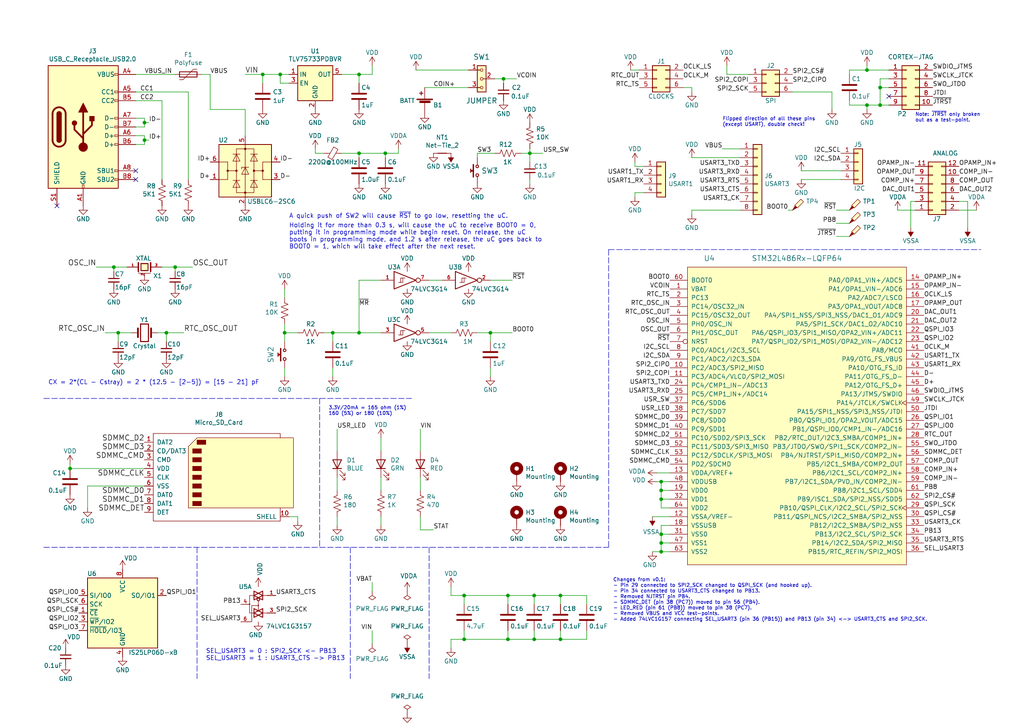
<source format=kicad_sch>
(kicad_sch (version 20211123) (generator eeschema)
  (paper "A4")
  (title_block (title "BetsyBoard Big") (date "2020-08-30") (rev "0.2"))
  (junction (at 104.14 44.45))
  (junction (at 162.56 172.72))
  (junction (at 81.28 21.59))
  (junction (at 196.85 -24.13))
  (junction (at 48.26 96.52))
  (junction (at 191.77 157.48))
  (junction (at 153.67 44.45))
  (junction (at 251.46 30.48))
  (junction (at 96.52 96.52))
  (junction (at 154.94 185.42))
  (junction (at 111.76 44.45))
  (junction (at 104.14 96.52))
  (junction (at 162.56 -44.45))
  (junction (at 191.77 144.78))
  (junction (at 162.56 185.42))
  (junction (at 186.69 -36.83))
  (junction (at 134.62 172.72))
  (junction (at 142.24 96.52))
  (junction (at 147.32 172.72))
  (junction (at 255.27 25.4))
  (junction (at 146.05 22.86))
  (junction (at 20.32 135.89))
  (junction (at 251.46 20.32))
  (junction (at 147.32 185.42))
  (junction (at 156.21 -44.45))
  (junction (at 196.85 -21.59))
  (junction (at 76.2 21.59))
  (junction (at 41.91 35.56))
  (junction (at 41.91 40.64))
  (junction (at 170.18 -44.45))
  (junction (at 134.62 185.42))
  (junction (at 186.69 -44.45))
  (junction (at 191.77 160.02))
  (junction (at 104.14 21.59))
  (junction (at 82.55 96.52))
  (junction (at 33.02 77.47))
  (junction (at 191.77 142.24))
  (junction (at 255.27 30.48))
  (junction (at 34.29 96.52))
  (junction (at 191.77 154.94))
  (junction (at 191.77 139.7))
  (junction (at 196.85 -44.45))
  (junction (at 186.69 -21.59))
  (junction (at 154.94 172.72))
  (junction (at 50.8 77.47))
  (no_connect (at 16.51 59.69))
  (no_connect (at 39.37 49.53))
  (no_connect (at 257.81 27.94))
  (no_connect (at 39.37 52.07))
  (wire (pts (xy 191.77 160.02) (xy 194.31 160.02)))
  (wire (pts (xy 162.56 185.42) (xy 170.18 185.42)))
  (wire (pts (xy 196.85 -21.59) (xy 196.85 -24.13)))
  (wire (pts (xy 180.34 -21.59) (xy 186.69 -21.59)))
  (wire (pts (xy 152.4 -44.45) (xy 156.21 -44.45)))
  (wire (pts (xy 246.38 29.21) (xy 246.38 30.48)))
  (wire (pts (xy 251.46 19.05) (xy 251.46 20.32)))
  (wire (pts (xy 39.37 21.59) (xy 50.8 21.59)))
  (wire (pts (xy 54.61 26.67) (xy 54.61 52.07)))
  (wire (pts (xy 246.38 30.48) (xy 251.46 30.48)))
  (wire (pts (xy 82.55 83.82) (xy 82.55 86.36)))
  (wire (pts (xy 186.69 -36.83) (xy 186.69 -35.56)))
  (wire (pts (xy 162.56 185.42) (xy 162.56 182.88)))
  (wire (pts (xy 41.91 36.83) (xy 39.37 36.83)))
  (wire (pts (xy 200.66 60.96) (xy 214.63 60.96)))
  (wire (pts (xy 124.46 81.28) (xy 128.27 81.28)))
  (wire (pts (xy 39.37 34.29) (xy 41.91 34.29)))
  (wire (pts (xy 196.85 -17.78) (xy 199.39 -17.78)))
  (wire (pts (xy 107.95 182.88) (xy 107.95 186.69)))
  (wire (pts (xy 194.31 157.48) (xy 191.77 157.48)))
  (wire (pts (xy 156.21 -44.45) (xy 156.21 -41.91)))
  (wire (pts (xy 81.28 21.59) (xy 83.82 21.59)))
  (wire (pts (xy 71.12 21.59) (xy 76.2 21.59)))
  (wire (pts (xy 246.38 20.32) (xy 251.46 20.32)))
  (wire (pts (xy 71.12 31.75) (xy 71.12 39.37)))
  (wire (pts (xy 142.24 99.06) (xy 142.24 96.52)))
  (polyline (pts (xy 57.15 158.75) (xy 57.15 196.85)))
  (wire (pts (xy 107.95 171.45) (xy 107.95 168.91)))
  (wire (pts (xy 48.26 96.52) (xy 53.34 96.52)))
  (wire (pts (xy 142.24 81.28) (xy 148.59 81.28)))
  (wire (pts (xy 41.91 34.29) (xy 41.91 35.56)))
  (wire (pts (xy 111.76 44.45) (xy 111.76 45.72)))
  (wire (pts (xy 151.13 44.45) (xy 153.67 44.45)))
  (wire (pts (xy 251.46 30.48) (xy 255.27 30.48)))
  (wire (pts (xy 154.94 172.72) (xy 162.56 172.72)))
  (wire (pts (xy 76.2 21.59) (xy 76.2 24.13)))
  (wire (pts (xy 257.81 22.86) (xy 255.27 22.86)))
  (wire (pts (xy 185.42 20.32) (xy 182.88 20.32)))
  (wire (pts (xy 81.28 21.59) (xy 81.28 24.13)))
  (wire (pts (xy 104.14 44.45) (xy 104.14 45.72)))
  (wire (pts (xy 191.77 142.24) (xy 191.77 144.78)))
  (wire (pts (xy 130.81 185.42) (xy 130.81 187.96)))
  (wire (pts (xy 121.92 138.43) (xy 121.92 142.24)))
  (wire (pts (xy 104.14 44.45) (xy 111.76 44.45)))
  (wire (pts (xy 153.67 46.99) (xy 153.67 44.45)))
  (wire (pts (xy 121.92 124.46) (xy 121.92 130.81)))
  (polyline (pts (xy 176.53 72.39) (xy 176.53 158.75)))
  (wire (pts (xy 184.15 55.88) (xy 186.69 55.88)))
  (wire (pts (xy 255.27 25.4) (xy 257.81 25.4)))
  (polyline (pts (xy 101.6 158.75) (xy 101.6 196.85)))
  (wire (pts (xy 99.06 44.45) (xy 104.14 44.45)))
  (wire (pts (xy 147.32 172.72) (xy 147.32 175.26)))
  (wire (pts (xy 170.18 172.72) (xy 170.18 175.26)))
  (wire (pts (xy 142.24 109.22) (xy 142.24 106.68)))
  (wire (pts (xy 209.55 43.18) (xy 214.63 43.18)))
  (wire (pts (xy 186.69 -36.83) (xy 186.69 -44.45)))
  (wire (pts (xy 196.85 -11.43) (xy 196.85 -15.24)))
  (wire (pts (xy 196.85 -41.91) (xy 196.85 -44.45)))
  (wire (pts (xy 191.77 147.32) (xy 194.31 147.32)))
  (wire (pts (xy 157.48 -15.24) (xy 157.48 -16.51)))
  (wire (pts (xy 96.52 96.52) (xy 96.52 99.06)))
  (wire (pts (xy 210.82 19.05) (xy 210.82 21.59)))
  (wire (pts (xy 147.32 185.42) (xy 147.32 182.88)))
  (wire (pts (xy 86.36 96.52) (xy 82.55 96.52)))
  (wire (pts (xy 246.38 60.96) (xy 242.57 60.96)))
  (wire (pts (xy 194.31 152.4) (xy 191.77 152.4)))
  (wire (pts (xy 228.6 60.96) (xy 229.87 60.96)))
  (wire (pts (xy 111.76 44.45) (xy 115.57 44.45)))
  (wire (pts (xy 104.14 81.28) (xy 110.49 81.28)))
  (wire (pts (xy 191.77 154.94) (xy 191.77 157.48)))
  (wire (pts (xy 242.57 64.77) (xy 246.38 64.77)))
  (wire (pts (xy 191.77 139.7) (xy 194.31 139.7)))
  (wire (pts (xy 142.24 96.52) (xy 138.43 96.52)))
  (wire (pts (xy 196.85 -15.24) (xy 199.39 -15.24)))
  (wire (pts (xy 186.69 -36.83) (xy 189.23 -36.83)))
  (wire (pts (xy 121.92 153.67) (xy 125.73 153.67)))
  (wire (pts (xy 30.48 96.52) (xy 34.29 96.52)))
  (wire (pts (xy 264.16 58.42) (xy 264.16 66.04)))
  (wire (pts (xy 96.52 109.22) (xy 96.52 106.68)))
  (wire (pts (xy 82.55 93.98) (xy 82.55 96.52)))
  (wire (pts (xy 184.15 46.99) (xy 184.15 48.26)))
  (wire (pts (xy 170.18 -26.67) (xy 170.18 -44.45)))
  (wire (pts (xy 121.92 149.86) (xy 121.92 153.67)))
  (wire (pts (xy 110.49 138.43) (xy 110.49 142.24)))
  (wire (pts (xy 184.15 57.15) (xy 184.15 55.88)))
  (wire (pts (xy 25.4 140.97) (xy 41.91 140.97)))
  (wire (pts (xy 82.55 106.68) (xy 82.55 109.22)))
  (wire (pts (xy 147.32 185.42) (xy 154.94 185.42)))
  (wire (pts (xy 147.32 172.72) (xy 154.94 172.72)))
  (polyline (pts (xy 12.7 115.57) (xy 119.38 115.57)))
  (wire (pts (xy 46.99 52.07) (xy 46.99 29.21)))
  (wire (pts (xy 138.43 45.72) (xy 138.43 44.45)))
  (wire (pts (xy 86.36 149.86) (xy 86.36 151.13)))
  (wire (pts (xy 60.96 31.75) (xy 71.12 31.75)))
  (wire (pts (xy 191.77 144.78) (xy 194.31 144.78)))
  (wire (pts (xy 134.62 172.72) (xy 147.32 172.72)))
  (wire (pts (xy 162.56 -44.45) (xy 170.18 -44.45)))
  (polyline (pts (xy 92.71 115.57) (xy 92.71 158.75)))
  (wire (pts (xy 97.79 149.86) (xy 97.79 152.4)))
  (wire (pts (xy 255.27 30.48) (xy 257.81 30.48)))
  (wire (pts (xy 34.29 99.06) (xy 34.29 96.52)))
  (wire (pts (xy 156.21 -44.45) (xy 162.56 -44.45)))
  (wire (pts (xy 196.85 -21.59) (xy 196.85 -17.78)))
  (wire (pts (xy 146.05 22.86) (xy 149.86 22.86)))
  (wire (pts (xy 264.16 58.42) (xy 265.43 58.42)))
  (wire (pts (xy 200.66 25.4) (xy 200.66 26.67)))
  (wire (pts (xy 251.46 30.48) (xy 251.46 31.75)))
  (wire (pts (xy 115.57 44.45) (xy 115.57 43.18)))
  (wire (pts (xy 110.49 96.52) (xy 104.14 96.52)))
  (wire (pts (xy 196.85 -44.45) (xy 199.39 -44.45)))
  (wire (pts (xy 33.02 77.47) (xy 36.83 77.47)))
  (wire (pts (xy 154.94 172.72) (xy 154.94 175.26)))
  (wire (pts (xy 130.81 172.72) (xy 134.62 172.72)))
  (wire (pts (xy 97.79 138.43) (xy 97.79 142.24)))
  (wire (pts (xy 190.5 139.7) (xy 191.77 139.7)))
  (wire (pts (xy 33.02 77.47) (xy 33.02 78.74)))
  (wire (pts (xy 97.79 124.46) (xy 97.79 130.81)))
  (wire (pts (xy 134.62 185.42) (xy 134.62 182.88)))
  (wire (pts (xy 83.82 149.86) (xy 86.36 149.86)))
  (wire (pts (xy 50.8 77.47) (xy 55.88 77.47)))
  (wire (pts (xy 154.94 185.42) (xy 154.94 182.88)))
  (wire (pts (xy 99.06 21.59) (xy 104.14 21.59)))
  (wire (pts (xy 104.14 21.59) (xy 107.95 21.59)))
  (wire (pts (xy 191.77 152.4) (xy 191.77 154.94)))
  (wire (pts (xy 189.23 149.86) (xy 194.31 149.86)))
  (wire (pts (xy 260.35 60.96) (xy 265.43 60.96)))
  (wire (pts (xy 246.38 20.32) (xy 246.38 21.59)))
  (wire (pts (xy 280.67 58.42) (xy 278.13 58.42)))
  (wire (pts (xy 41.91 41.91) (xy 39.37 41.91)))
  (wire (pts (xy 46.99 77.47) (xy 50.8 77.47)))
  (wire (pts (xy 191.77 142.24) (xy 194.31 142.24)))
  (wire (pts (xy 134.62 172.72) (xy 134.62 175.26)))
  (wire (pts (xy 189.23 160.02) (xy 191.77 160.02)))
  (wire (pts (xy 41.91 40.64) (xy 43.18 40.64)))
  (wire (pts (xy 20.32 135.89) (xy 41.91 135.89)))
  (wire (pts (xy 162.56 172.72) (xy 170.18 172.72)))
  (wire (pts (xy 214.63 45.72) (xy 200.66 45.72)))
  (wire (pts (xy 45.72 96.52) (xy 48.26 96.52)))
  (wire (pts (xy 41.91 39.37) (xy 41.91 40.64)))
  (wire (pts (xy 130.81 170.18) (xy 130.81 172.72)))
  (wire (pts (xy 27.94 77.47) (xy 33.02 77.47)))
  (wire (pts (xy 138.43 44.45) (xy 143.51 44.45)))
  (wire (pts (xy 210.82 21.59) (xy 217.17 21.59)))
  (wire (pts (xy 82.55 96.52) (xy 82.55 99.06)))
  (wire (pts (xy 39.37 26.67) (xy 54.61 26.67)))
  (wire (pts (xy 76.2 21.59) (xy 81.28 21.59)))
  (wire (pts (xy 60.96 21.59) (xy 60.96 31.75)))
  (wire (pts (xy 134.62 185.42) (xy 147.32 185.42)))
  (wire (pts (xy 41.91 40.64) (xy 41.91 41.91)))
  (wire (pts (xy 104.14 21.59) (xy 104.14 24.13)))
  (wire (pts (xy 162.56 -45.72) (xy 162.56 -44.45)))
  (wire (pts (xy 130.81 96.52) (xy 124.46 96.52)))
  (wire (pts (xy 41.91 35.56) (xy 43.18 35.56)))
  (wire (pts (xy 191.77 139.7) (xy 191.77 142.24)))
  (wire (pts (xy 184.15 48.26) (xy 186.69 48.26)))
  (wire (pts (xy 130.81 185.42) (xy 134.62 185.42)))
  (wire (pts (xy 153.67 44.45) (xy 157.48 44.45)))
  (wire (pts (xy 186.69 -21.59) (xy 186.69 -19.05)))
  (polyline (pts (xy 124.46 158.75) (xy 124.46 196.85)))
  (wire (pts (xy 191.77 157.48) (xy 191.77 160.02)))
  (wire (pts (xy 191.77 144.78) (xy 191.77 147.32)))
  (wire (pts (xy 283.21 60.96) (xy 278.13 60.96)))
  (wire (pts (xy 170.18 185.42) (xy 170.18 182.88)))
  (wire (pts (xy 34.29 96.52) (xy 38.1 96.52)))
  (wire (pts (xy 143.51 22.86) (xy 146.05 22.86)))
  (wire (pts (xy 199.39 -24.13) (xy 196.85 -24.13)))
  (wire (pts (xy 232.41 52.07) (xy 243.84 52.07)))
  (polyline (pts (xy 12.7 158.75) (xy 176.53 158.75)))
  (wire (pts (xy 120.65 20.32) (xy 135.89 20.32)))
  (wire (pts (xy 48.26 96.52) (xy 48.26 99.06)))
  (wire (pts (xy 157.48 -16.51) (xy 160.02 -16.51)))
  (wire (pts (xy 200.66 60.96) (xy 200.66 62.23)))
  (wire (pts (xy 186.69 -21.59) (xy 196.85 -21.59)))
  (wire (pts (xy 25.4 147.32) (xy 25.4 140.97)))
  (wire (pts (xy 187.96 -44.45) (xy 186.69 -44.45)))
  (wire (pts (xy 20.32 135.89) (xy 20.32 134.62)))
  (wire (pts (xy 251.46 20.32) (xy 257.81 20.32)))
  (wire (pts (xy 162.56 172.72) (xy 162.56 175.26)))
  (wire (pts (xy 91.44 44.45) (xy 91.44 43.18)))
  (wire (pts (xy 123.19 25.4) (xy 135.89 25.4)))
  (wire (pts (xy 242.57 68.58) (xy 246.38 68.58)))
  (wire (pts (xy 196.85 -24.13) (xy 196.85 -31.75)))
  (wire (pts (xy 107.95 21.59) (xy 107.95 19.05)))
  (wire (pts (xy 142.24 96.52) (xy 148.59 96.52)))
  (wire (pts (xy 104.14 96.52) (xy 96.52 96.52)))
  (wire (pts (xy 255.27 22.86) (xy 255.27 25.4)))
  (wire (pts (xy 110.49 149.86) (xy 110.49 152.4)))
  (wire (pts (xy 232.41 49.53) (xy 243.84 49.53)))
  (wire (pts (xy 39.37 39.37) (xy 41.91 39.37)))
  (wire (pts (xy 194.31 154.94) (xy 191.77 154.94)))
  (wire (pts (xy 154.94 185.42) (xy 162.56 185.42)))
  (wire (pts (xy 58.42 21.59) (xy 60.96 21.59)))
  (wire (pts (xy 170.18 -44.45) (xy 186.69 -44.45)))
  (polyline (pts (xy 176.53 72.39) (xy 284.48 72.39)))
  (wire (pts (xy 241.3 26.67) (xy 241.3 31.75)))
  (wire (pts (xy 81.28 24.13) (xy 83.82 24.13)))
  (wire (pts (xy 153.67 43.18) (xy 153.67 44.45)))
  (wire (pts (xy 93.98 44.45) (xy 91.44 44.45)))
  (wire (pts (xy 229.87 26.67) (xy 241.3 26.67)))
  (wire (pts (xy 46.99 29.21) (xy 39.37 29.21)))
  (wire (pts (xy 198.12 25.4) (xy 200.66 25.4)))
  (wire (pts (xy 50.8 77.47) (xy 50.8 78.74)))
  (wire (pts (xy 195.58 -44.45) (xy 196.85 -44.45)))
  (wire (pts (xy 93.98 96.52) (xy 96.52 96.52)))
  (wire (pts (xy 153.67 52.07) (xy 153.67 53.34)))
  (wire (pts (xy 110.49 127) (xy 110.49 130.81)))
  (wire (pts (xy 146.05 22.86) (xy 146.05 24.13)))
  (wire (pts (xy 255.27 25.4) (xy 255.27 30.48)))
  (wire (pts (xy 41.91 35.56) (xy 41.91 36.83)))
  (wire (pts (xy 280.67 66.04) (xy 280.67 58.42)))
  (wire (pts (xy 104.14 96.52) (xy 104.14 81.28)))
  (wire (pts (xy 190.5 137.16) (xy 194.31 137.16)))
  (text "A quick push of SW2 will cause ~{RST} to go low, resetting the uC.\n" (at 83.82 63.5 0) (effects (font (size 1.27 1.27)) (justify left bottom)))
  (text "Note: ~{JTRST} only broken \nout as a test-point.\n" (at 265.43 35.56 0) (effects (font (size 1.016 1.016)) (justify left bottom)))
  (text "D" (at 199.39 -30.48 0) (effects (font (size 1.27 1.27)) (justify left bottom)))
  (text "USART2_CTS: PA0\nUSART2_RTS: PA1\nUSART2_TX:  PA2\nUSART2_RX: PA3\nUSART2_CK: PA4" (at 299.72 115.57 0) (effects (font (size 1.27 1.27)) (justify left bottom)))
  (text "Holding it for more than 0.3 s, will cause the uC to receive BOOT0 = 0,\nputting it in programming mode while begin reset. On release, the uC\nboots in programming mode, and 1.2 s after release, the uC goes back to \nBOOT0 = 1, which will take effect after the next reset." (at 83.82 72.39 0) (effects (font (size 1.27 1.27)) (justify left bottom)))
  (text "Flipped direction of all these pins \n(except USART), double check!" (at 209.55 36.83 0) (effects (font (size 1.016 1.016)) (justify left bottom)))
  (text "CX = 2*(CL - Cstray) = 2 * (12.5 - [2-5]) = [15 - 21] pF " (at 13.97 111.76 0) (effects (font (size 1.27 1.27)) (justify left bottom)))
  (text "G" (at 190.5 -38.1 0) (effects (font (size 1.27 1.27)) (justify left bottom)))
  (text "USART1_CK: PA8, PB5 \nUSART1_TX: PA9, PB6\nUSART1_RX: PA10, PB7\nUSART1_CTS: PA11, PB4\nUSART1_RTS_DE: PA12, PB3" (at 299.72 101.6 0) (effects (font (size 1.27 1.27)) (justify left bottom)))
  (text "USART3_CTS: PA6, PB13\nUSART3_RTS: PB1, PB14, PD2\nUSART3_TX: PC4, PB10, PC10\nUSART3_RX: PC5, PB11, PC11\nUSART3_CK: PB0, PB12, PC12" (at 299.72 129.54 0) (effects (font (size 1.27 1.27)) (justify left bottom)))
  (text "SEL_USART3 = 0 : SPI2_SCK <- PB13\nSEL_USART3 = 1 : USART3_CTS -> PB13" (at 59.69 191.77 0) (effects (font (size 1.27 1.27)) (justify left bottom)))
  (text "In order for switch to turn on, VIN = Vs >= Vg + Vth = VBUS + Vth.\nWith battery powered, the body diode makes Vs = 4.2V - 0.7V = 3.5V,\nfor a moment. Then 3.5V >= 0V + 2V, so the switch turns on, bringing \nVIN to 4.2V - Rds * Id. \n\nWhen VBATT is 0V, and VBUS = 5V, then \nVIN = 5V - 0..3V = 4.7V < VBUS.+ Vth = 5V + 2V = 7V, \nso the switch is off, and VIN = VBUS - 0.3V" (at 146.05 -54.61 0) (effects (font (size 1.27 1.27)) (justify left bottom)))
  (text "S" (at 199.39 -39.37 0) (effects (font (size 1.27 1.27)) (justify left bottom)))
  (text "3.3V/20mA = 165 ohm (1%)\n160 (5%) or 180 (10%)" (at 95.25 120.65 0) (effects (font (size 1.016 1.016)) (justify left bottom)))
  (text "Changes from v0.1:\n- Pin 29 connected to SPI2_SCK changed to QSPI_SCK (and hooked up).\n- Pin 34 connected to USART3_CTS changed to PB13.\n- Removed NJTRST pin PB4.\n- SDMMC_DET (pin 38 (PC7)) moved to pin 56 (PB4).\n- LED_RED (pin 61 (PB8)) moved to pin 38 (PC7).\n- Removed VBUS and VCC test-points.\n- Added 74LVC1G157 connecting SEL_USART3 (pin 36 (PB15)) and PB13 (pin 34) <-> USART3_CTS and SPI2_SCK." (at 177.8 180.34 0) (effects (font (size 1.016 1.016)) (justify left bottom)))
  (label "USART3_RXD" (at 214.63 50.8 180))
  (label "BOOT0" (at 194.31 81.28 180))
  (label "VBUS" (at 60.96 21.59 0))
  (label "D+" (at 267.97 111.76 0))
  (label "USART3_TXD" (at 194.31 111.76 180))
  (label "DAC_OUT1" (at 265.43 55.88 180))
  (label "USART3_CTS" (at 80.01 172.72 0))
  (label "COIN+" (at 125.73 25.4 0))
  (label "SPI2_SCK" (at 80.01 177.8 0))
  (label "SDMMC_D1" (at 194.31 124.46 180))
  (label "PB13" (at 69.85 175.26 180))
  (label "ID+" (at 43.18 40.64 0))
  (label "OCLK_M" (at 267.97 101.6 0))
  (label "SDMMC_D0" (at 194.31 121.92 180))
  (label "BOOT0" (at 228.6 60.96 180))
  (label "RTC_OSC_OUT" (at 53.34 96.52 0) (effects (font (size 1.524 1.524))))
  (label "PB8" (at 267.97 142.24 0))
  (label "OCLK_M" (at 198.12 22.86 0))
  (label "USR_LED" (at 97.79 124.46 0))
  (label "JTDI" (at 270.51 27.94 0))
  (label "RTC_OSC_OUT" (at 194.31 91.44 180))
  (label "SPI2_CIPO" (at 229.87 24.13 0))
  (label "SWCLK_JTCK" (at 270.51 22.86 0))
  (label "SPI2_CS#" (at 229.87 21.59 0))
  (label "SWO_JTDO" (at 267.97 129.54 0))
  (label "USART1_TX" (at 267.97 104.14 0))
  (label "DAC_OUT2" (at 267.97 93.98 0))
  (label "RTC_OUT" (at 185.42 22.86 180))
  (label "VBUS" (at 209.55 43.18 180))
  (label "OPAMP_OUT" (at 265.43 50.8 180))
  (label "COMP_OUT" (at 278.13 53.34 0))
  (label "USART3_TXD" (at 214.63 48.26 180))
  (label "JTDI" (at 267.97 119.38 0))
  (label "DAC_OUT2" (at 278.13 55.88 0))
  (label "~{JTRST}" (at 270.51 30.48 0))
  (label "SDMMC_DET" (at 41.91 148.59 180) (effects (font (size 1.524 1.524))))
  (label "QSPI_CS#" (at 267.97 149.86 0))
  (label "USART3_CK" (at 214.63 58.42 180))
  (label "QSPI_CS#" (at 22.86 177.8 180))
  (label "QSPI_IO0" (at 267.97 124.46 0))
  (label "QSPI_SCK" (at 267.97 147.32 0))
  (label "I2C_SCL" (at 194.31 101.6 180))
  (label "RTC_TS" (at 194.31 86.36 180))
  (label "VBAT" (at 107.95 168.91 180))
  (label "BOOT0" (at 148.59 96.52 0))
  (label "SEL_USART3" (at 267.97 160.02 0))
  (label "RTC_OSC_IN" (at 30.48 96.52 180) (effects (font (size 1.524 1.524))))
  (label "USR_SW" (at 194.31 116.84 180))
  (label "QSPI_IO1" (at 48.26 172.72 0))
  (label "OSC_OUT" (at 194.31 96.52 180))
  (label "SEL_USART3" (at 69.85 180.34 180))
  (label "SWDIO_JTMS" (at 270.51 20.32 0))
  (label "OPAMP_OUT" (at 267.97 88.9 0))
  (label "CC2" (at 40.64 29.21 0))
  (label "SDMMC_D0" (at 41.91 143.51 180) (effects (font (size 1.524 1.524))))
  (label "DAC_OUT1" (at 267.97 91.44 0))
  (label "QSPI_IO1" (at 267.97 121.92 0))
  (label "OPAMP_IN-" (at 267.97 83.82 0))
  (label "OCLK_LS" (at 198.12 20.32 0))
  (label "CC1" (at 40.64 26.67 0))
  (label "USART1_RX" (at 186.69 53.34 180))
  (label "SDMMC_D2" (at 194.31 127 180))
  (label "PB13" (at 267.97 154.94 0))
  (label "QSPI_IO0" (at 22.86 172.72 180))
  (label "SDMMC_D1" (at 41.91 146.05 180) (effects (font (size 1.524 1.524))))
  (label "VIN" (at 107.95 182.88 180))
  (label "USART3_RTS" (at 214.63 53.34 180))
  (label "COMP_IN+" (at 265.43 53.34 180))
  (label "OPAMP_IN-" (at 265.43 48.26 180))
  (label "SWDIO_JTMS" (at 267.97 114.3 0))
  (label "D+" (at 60.96 52.07 180))
  (label "SPI2_COPI" (at 217.17 24.13 180))
  (label "SPI2_CS#" (at 267.97 144.78 0))
  (label "USART3_CTS" (at 214.63 55.88 180))
  (label "SDMMC_D3" (at 194.31 129.54 180))
  (label "VBUS" (at 152.4 -44.45 180) (effects (font (size 1.524 1.524))))
  (label "I2C_SDA" (at 243.84 46.99 180))
  (label "D-" (at 267.97 109.22 0))
  (label "SW3" (at 138.43 44.45 0))
  (label "D-" (at 81.28 52.07 0))
  (label "SDMMC_CLK" (at 194.31 132.08 180))
  (label "OPAMP_IN+" (at 278.13 48.26 0))
  (label "QSPI_IO3" (at 22.86 182.88 180))
  (label "USART1_RX" (at 267.97 106.68 0))
  (label "VIN" (at 199.39 -44.45 0))
  (label "SWO_JTDO" (at 270.51 25.4 0))
  (label "SPI2_SCK" (at 217.17 26.67 180))
  (label "SDMMC_CLK" (at 41.91 138.43 180) (effects (font (size 1.524 1.524))))
  (label "SDMMC_CMD" (at 41.91 133.35 180) (effects (font (size 1.524 1.524))))
  (label "USART3_RXD" (at 194.31 114.3 180))
  (label "PB8" (at 242.57 64.77 180))
  (label "ID+" (at 60.96 46.99 180))
  (label "SWCLK_JTCK" (at 267.97 116.84 0))
  (label "VCOIN" (at 194.31 83.82 180))
  (label "COMP_IN-" (at 267.97 139.7 0))
  (label "STAT" (at 125.73 153.67 0))
  (label "USR_SW" (at 157.48 44.45 0))
  (label "OSC_OUT" (at 55.88 77.47 0) (effects (font (size 1.524 1.524))))
  (label "COMP_OUT" (at 267.97 134.62 0))
  (label "~{MR}" (at 104.14 88.9 0))
  (label "VBATT" (at 199.39 -24.13 0))
  (label "ID-" (at 43.18 35.56 0))
  (label "RTC_OSC_IN" (at 194.31 88.9 180))
  (label "~{RST}" (at 194.31 99.06 180))
  (label "OCLK_LS" (at 267.97 86.36 0))
  (label "VIN" (at 121.92 124.46 0))
  (label "OSC_IN" (at 194.31 93.98 180))
  (label "COMP_IN-" (at 278.13 50.8 0))
  (label "QSPI_IO3" (at 267.97 96.52 0))
  (label "USART3_RTS" (at 267.97 157.48 0))
  (label "SDMMC_D2" (at 41.91 128.27 180) (effects (font (size 1.524 1.524))))
  (label "SPI2_COPI" (at 194.31 109.22 180))
  (label "VBUS_IN" (at 41.91 21.59 0))
  (label "OPAMP_IN+" (at 267.97 81.28 0))
  (label "SDMMC_D3" (at 41.91 130.81 180) (effects (font (size 1.524 1.524))))
  (label "~{RST}" (at 148.59 81.28 0))
  (label "VCOIN" (at 149.86 22.86 0))
  (label "I2C_SCL" (at 243.84 44.45 180))
  (label "ID-" (at 81.28 46.99 0))
  (label "QSPI_SCK" (at 22.86 175.26 180))
  (label "VIN" (at 71.12 21.59 0) (effects (font (size 1.524 1.524))))
  (label "USART1_TX" (at 186.69 50.8 180))
  (label "~{JTRST}" (at 242.57 68.58 180))
  (label "~{RST}" (at 242.57 60.96 180))
  (label "OSC_IN" (at 27.94 77.47 180) (effects (font (size 1.524 1.524))))
  (label "QSPI_IO2" (at 22.86 180.34 180))
  (label "USR_LED" (at 194.31 119.38 180))
  (label "SDMMC_DET" (at 267.97 132.08 0))
  (label "RTC_TS" (at 185.42 25.4 180))
  (label "STAT" (at 180.34 -16.51 0))
  (label "I2C_SDA" (at 194.31 104.14 180))
  (label "RTC_OUT" (at 267.97 127 0))
  (label "PRG" (at 157.48 -16.51 180))
  (label "USART3_CK" (at 267.97 152.4 0))
  (label "COMP_IN+" (at 267.97 137.16 0))
  (label "SDMMC_CMD" (at 194.31 134.62 180))
  (label "SPI2_CIPO" (at 194.31 106.68 180))
  (label "QSPI_IO2" (at 267.97 99.06 0))
  (symbol (lib_id "@Engstad:STM32L486Rx-LQFP64") (at 231.14 120.65 0) (unit 1)
    (property "Reference" "U4" (at 205.74 74.93 0) (effects (font (size 1.524 1.524))))
    (property "Value" "STM32L486Rx-LQFP64" (at 231.14 74.93 0) (effects (font (size 1.524 1.524))))
    (property "Footprint" "Package_QFP:LQFP-64_10x10mm_P0.5mm" (effects hide))
    (property "Datasheet" "https://www.st.com/resource/en/datasheet/dm00108833.pdf" (effects hide))
  )
  (symbol (lib_id "power:GND") (at 41.91 80.01 0) (unit 1)
    (property "Reference" "#PWR031" (effects hide))
    (property "Value" "GND" (at 41.91 83.82 0))
  )
  (symbol (lib_id "Device:C") (at 134.62 179.07 0) (unit 1)
    (property "Reference" "C15" (at 135.255 176.53 0) (effects (justify left)))
    (property "Value" "4.7uF" (at 135.255 181.61 0) (effects (justify left)))
    (property "Footprint" "Capacitor_SMD:C_0805_2012Metric" (effects hide))
  )
  (symbol (lib_id "Device:C") (at 111.76 49.53 0) (unit 1)
    (property "Reference" "C6" (at 112.395 46.99 0) (effects (justify left)))
    (property "Value" "0.1uF" (at 112.395 52.07 0) (effects (justify left)))
    (property "Footprint" "Capacitor_SMD:C_0603_1608Metric" (effects hide))
  )
  (symbol (lib_id "Device:C") (at 147.32 179.07 0) (unit 1)
    (property "Reference" "C16" (at 147.955 176.53 0) (effects (justify left)))
    (property "Value" "0.1uF" (at 147.955 181.61 0) (effects (justify left)))
    (property "Footprint" "Capacitor_SMD:C_0603_1608Metric" (effects hide))
  )
  (symbol (lib_id "Device:C") (at 154.94 179.07 0) (unit 1)
    (property "Reference" "C17" (at 155.575 176.53 0) (effects (justify left)))
    (property "Value" "0.1uF" (at 155.575 181.61 0) (effects (justify left)))
    (property "Footprint" "Capacitor_SMD:C_0603_1608Metric" (effects hide))
  )
  (symbol (lib_id "Device:C") (at 162.56 179.07 0) (unit 1)
    (property "Reference" "C18" (at 163.195 176.53 0) (effects (justify left)))
    (property "Value" "0.1uF" (at 163.195 181.61 0) (effects (justify left)))
    (property "Footprint" "Capacitor_SMD:C_0603_1608Metric" (effects hide))
  )
  (symbol (lib_id "Device:C") (at 170.18 179.07 0) (unit 1)
    (property "Reference" "C19" (at 170.815 176.53 0) (effects (justify left)))
    (property "Value" "0.1uF" (at 170.815 181.61 0) (effects (justify left)))
    (property "Footprint" "Capacitor_SMD:C_0603_1608Metric" (effects hide))
  )
  (symbol (lib_id "power:GND") (at 130.81 187.96 0) (unit 1)
    (property "Reference" "#PWR069" (effects hide))
    (property "Value" "GND" (at 130.81 191.77 0))
  )
  (symbol (lib_id "Device:C") (at 104.14 49.53 0) (unit 1)
    (property "Reference" "C5" (at 104.775 46.99 0) (effects (justify left)))
    (property "Value" "1.0uF" (at 104.775 52.07 0) (effects (justify left)))
    (property "Footprint" "Capacitor_SMD:C_0805_2012Metric" (effects hide))
  )
  (symbol (lib_id "Device:C_Small") (at 146.05 26.67 0) (mirror y) (unit 1)
    (property "Reference" "C2" (at 151.13 25.4 0) (effects (justify left)))
    (property "Value" "0.1uF" (at 153.67 27.94 0) (effects (justify left)))
    (property "Footprint" "Capacitor_SMD:C_0603_1608Metric" (effects hide))
  )
  (symbol (lib_id "Connector_Generic:Conn_02x05_Odd_Even") (at 262.89 25.4 0) (unit 1)
    (property "Reference" "P2" (at 261.62 33.02 0))
    (property "Value" "CORTEX-JTAG" (at 264.16 16.51 0))
    (property "Footprint" "Connector_PinHeader_1.27mm:PinHeader_2x05_P1.27mm_Vertical" (effects hide))
  )
  (symbol (lib_id "Device:C") (at 76.2 27.94 0) (unit 1)
    (property "Reference" "C3" (at 79.121 26.67 0) (effects (justify left)))
    (property "Value" "1uF" (at 79.121 29.21 0) (effects (justify left)))
    (property "Footprint" "Capacitor_SMD:C_0805_2012Metric" (effects hide))
  )
  (symbol (lib_id "@Engstad:crystal-resonator-smd") (at 41.91 77.47 0) (unit 1)
    (property "Reference" "X1" (at 45.72 80.01 0))
    (property "Value" "XTAL" (at 39.37 74.93 0) (effects (justify left)))
    (property "Footprint" "engstad:cstce-v-c" (effects hide))
  )
  (symbol (lib_id "Device:LED") (at 97.79 134.62 90) (unit 1)
    (property "Reference" "D1" (at 100.5332 133.4516 90) (effects (justify right)))
    (property "Value" "BLUE" (at 100.5332 135.7884 90) (effects (justify right)))
    (property "Footprint" "LED_SMD:LED_0603_1608Metric" (effects hide))
  )
  (symbol (lib_id "Device:R_US") (at 97.79 146.05 0) (mirror y) (unit 1)
    (property "Reference" "R6" (at 99.568 144.1196 0) (effects (justify right)))
    (property "Value" "180" (at 99.568 146.4564 0) (effects (justify right)))
    (property "Footprint" "Resistor_SMD:R_0603_1608Metric" (effects hide))
  )
  (symbol (lib_id "power:GND") (at 97.79 152.4 0) (unit 1)
    (property "Reference" "#PWR055" (effects hide))
    (property "Value" "GND" (at 97.79 156.21 0))
  )
  (symbol (lib_id "power:GND") (at 20.32 143.51 0) (unit 1)
    (property "Reference" "#PWR051" (effects hide))
    (property "Value" "GND" (at 20.32 147.32 0))
  )
  (symbol (lib_id "power:VDD") (at 107.95 19.05 0) (unit 1)
    (property "Reference" "#PWR02" (effects hide))
    (property "Value" "VDD" (at 107.95 15.24 0))
  )
  (symbol (lib_id "power:GND") (at 104.14 53.34 0) (unit 1)
    (property "Reference" "#PWR027" (effects hide))
    (property "Value" "GND" (at 104.14 57.15 0))
  )
  (symbol (lib_id "power:VDD") (at 91.44 43.18 0) (unit 1)
    (property "Reference" "#PWR021" (effects hide))
    (property "Value" "VDD" (at 91.44 39.37 0))
  )
  (symbol (lib_id "Device:LED") (at 110.49 134.62 90) (unit 1)
    (property "Reference" "D2" (at 113.2332 133.4516 90) (effects (justify right)))
    (property "Value" "GRN" (at 113.2332 135.7884 90) (effects (justify right)))
    (property "Footprint" "LED_SMD:LED_0603_1608Metric" (effects hide))
  )
  (symbol (lib_id "Device:R_US") (at 110.49 146.05 0) (unit 1)
    (property "Reference" "R7" (at 112.268 144.1196 0) (effects (justify left)))
    (property "Value" "1K" (at 112.268 146.4564 0) (effects (justify left)))
    (property "Footprint" "Resistor_SMD:R_0603_1608Metric" (effects hide))
  )
  (symbol (lib_id "power:GND") (at 110.49 152.4 0) (unit 1)
    (property "Reference" "#PWR056" (effects hide))
    (property "Value" "GND" (at 110.49 156.21 0))
  )
  (symbol (lib_id "Device:Crystal") (at 41.91 96.52 0) (unit 1)
    (property "Reference" "Y1" (at 41.91 92.71 0))
    (property "Value" "Crystal" (at 41.91 100.33 0))
    (property "Footprint" "Crystal:Crystal_SMD_3215-2Pin_3.2x1.5mm" (effects hide))
  )
  (symbol (lib_id "Device:C_Small") (at 34.29 101.6 0) (unit 1)
    (property "Reference" "C9" (at 34.544 99.822 0) (effects (justify left)))
    (property "Value" "12pF" (at 34.544 103.632 0) (effects (justify left)))
    (property "Footprint" "Capacitor_SMD:C_0603_1608Metric" (effects hide))
  )
  (symbol (lib_id "Device:C_Small") (at 48.26 101.6 0) (unit 1)
    (property "Reference" "C10" (at 48.514 99.822 0) (effects (justify left)))
    (property "Value" "12pF" (at 48.514 103.632 0) (effects (justify left)))
    (property "Footprint" "Capacitor_SMD:C_0603_1608Metric" (effects hide))
  )
  (symbol (lib_id "power:GND") (at 34.29 104.14 0) (unit 1)
    (property "Reference" "#PWR039" (effects hide))
    (property "Value" "GND" (at 34.29 107.95 0))
  )
  (symbol (lib_id "power:GND") (at 48.26 104.14 0) (unit 1)
    (property "Reference" "#PWR040" (effects hide))
    (property "Value" "GND" (at 48.26 107.95 0))
  )
  (symbol (lib_id "Device:C") (at 104.14 27.94 0) (unit 1)
    (property "Reference" "C4" (at 104.775 25.4 0) (effects (justify left)))
    (property "Value" "1uF" (at 104.775 30.48 0) (effects (justify left)))
    (property "Footprint" "Capacitor_SMD:C_0805_2012Metric" (effects hide))
  )
  (symbol (lib_id "Device:C") (at 246.38 25.4 0) (unit 1)
    (property "Reference" "C1" (at 247.015 22.86 0) (effects (justify left)))
    (property "Value" "0.1uF" (at 247.015 27.94 0) (effects (justify left)))
    (property "Footprint" "Capacitor_SMD:C_0603_1608Metric" (effects hide))
  )
  (symbol (lib_id "power:GND") (at 251.46 31.75 0) (unit 1)
    (property "Reference" "#PWR013" (effects hide))
    (property "Value" "GND" (at 251.46 35.56 0))
  )
  (symbol (lib_id "power:GND") (at 146.05 29.21 0) (unit 1)
    (property "Reference" "#PWR08" (effects hide))
    (property "Value" "GND" (at 146.05 33.02 0))
  )
  (symbol (lib_id "Connector_Generic:Conn_01x02") (at 204.47 -17.78 0) (unit 1)
    (property "Reference" "P1" (at 204.47 -20.32 0))
    (property "Value" "BATT" (at 207.01 -16.51 90))
    (property "Footprint" "Connector_JST:JST_PH_B2B-PH-K_1x02_P2.00mm_Vertical" (effects hide))
  )
  (symbol (lib_id "power:GND") (at 196.85 -11.43 0) (unit 1)
    (property "Reference" "#PWR07" (effects hide))
    (property "Value" "GND" (at 196.85 -7.62 0))
  )
  (symbol (lib_id "power:VDD") (at 130.81 170.18 0) (unit 1)
    (property "Reference" "#PWR064" (effects hide))
    (property "Value" "VDD" (at 130.81 166.37 0))
  )
  (symbol (lib_id "power:GND") (at 24.13 59.69 0) (unit 1)
    (property "Reference" "#PWR014" (effects hide))
    (property "Value" "GND" (at 24.13 63.5 0))
  )
  (symbol (lib_id "power:VDD") (at 120.65 20.32 0) (unit 1)
    (property "Reference" "#PWR04" (effects hide))
    (property "Value" "VDD" (at 120.65 16.51 0))
  )
  (symbol (lib_id "power:VDD") (at 251.46 19.05 0) (unit 1)
    (property "Reference" "#PWR03" (effects hide))
    (property "Value" "VDD" (at 251.46 15.24 0))
  )
  (symbol (lib_id "power:GND") (at 25.4 147.32 0) (unit 1)
    (property "Reference" "#PWR052" (effects hide))
    (property "Value" "GND" (at 25.4 151.13 0))
  )
  (symbol (lib_id "Device:C") (at 20.32 139.7 0) (unit 1)
    (property "Reference" "C14" (at 15.24 137.16 0) (effects (justify left)))
    (property "Value" "0.1uF" (at 13.97 142.24 0) (effects (justify left)))
    (property "Footprint" "Capacitor_SMD:C_0603_1608Metric" (effects hide))
  )
  (symbol (lib_id "power:PWR_FLAG") (at 107.95 171.45 180) (unit 1)
    (property "Reference" "#FLG01" (effects hide))
    (property "Value" "PWR_FLAG" (at 107.95 176.53 0))
  )
  (symbol (lib_id "power:GND") (at 71.12 59.69 0) (unit 1)
    (property "Reference" "#PWR016" (effects hide))
    (property "Value" "GND" (at 71.12 63.5 0))
  )
  (symbol (lib_id "power:GND") (at 76.2 31.75 0) (unit 1)
    (property "Reference" "#PWR010" (effects hide))
    (property "Value" "GND" (at 76.2 35.56 0))
  )
  (symbol (lib_id "power:GND") (at 91.44 31.75 0) (unit 1)
    (property "Reference" "#PWR011" (effects hide))
    (property "Value" "GND" (at 91.44 35.56 0))
  )
  (symbol (lib_id "power:GND") (at 104.14 31.75 0) (unit 1)
    (property "Reference" "#PWR012" (effects hide))
    (property "Value" "GND" (at 104.14 35.56 0))
  )
  (symbol (lib_id "power:VDDA") (at 115.57 43.18 0) (unit 1)
    (property "Reference" "#PWR022" (effects hide))
    (property "Value" "VDDA" (at 115.57 39.37 0))
  )
  (symbol (lib_id "power:VDDA") (at 190.5 137.16 90) (unit 1)
    (property "Reference" "#PWR049" (effects hide))
    (property "Value" "VDDA" (at 187.2488 136.7028 90) (effects (justify left)))
  )
  (symbol (lib_id "power:VDD") (at 190.5 139.7 90) (unit 1)
    (property "Reference" "#PWR050" (effects hide))
    (property "Value" "VDD" (at 187.2742 139.2428 90) (effects (justify left)))
  )
  (symbol (lib_id "power:GND") (at 189.23 160.02 0) (unit 1)
    (property "Reference" "#PWR061" (effects hide))
    (property "Value" "GND" (at 190.5 163.83 0) (effects (justify right)))
  )
  (symbol (lib_id "power:PWR_FLAG") (at 118.11 171.45 180) (unit 1)
    (property "Reference" "#FLG02" (effects hide))
    (property "Value" "PWR_FLAG" (at 118.11 176.53 0))
  )
  (symbol (lib_id "power:VDDA") (at 118.11 171.45 0) (unit 1)
    (property "Reference" "#PWR065" (effects hide))
    (property "Value" "VDDA" (at 118.5418 167.0558 0))
  )
  (symbol (lib_id "Power_Protection:USBLC6-2SC6") (at 71.12 49.53 0) (unit 1)
    (property "Reference" "U2" (at 64.77 40.64 0))
    (property "Value" "USBLC6-2SC6" (at 78.74 58.42 0))
    (property "Footprint" "Package_TO_SOT_SMD:SOT-23-6" (effects hide))
    (property "Datasheet" "https://www.st.com/resource/en/datasheet/usblc6-2.pdf" (effects hide))
  )
  (symbol (lib_id "Regulator_Linear:LP5907MFX-3.3") (at 91.44 24.13 0) (unit 1)
    (property "Reference" "U1" (at 91.44 14.8082 0))
    (property "Value" "TLV75733PDBVR‎" (at 91.44 17.1196 0))
    (property "Footprint" "Package_TO_SOT_SMD:SOT-23-5" (effects hide))
    (property "Datasheet" "https://www.ti.com/lit/ds/symlink/tlv757p.pdf?HQS=TI-null-null-digikeymode-df-pf-null-wwe&ts=1601868242728" (effects hide))
  )
  (symbol (lib_id "power:VDD") (at 20.32 134.62 0) (unit 1)
    (property "Reference" "#PWR046" (effects hide))
    (property "Value" "VDD" (at 20.32 130.81 0))
  )
  (symbol (lib_id "power:PWR_FLAG") (at 107.95 186.69 180) (unit 1)
    (property "Reference" "#FLG03" (effects hide))
    (property "Value" "PWR_FLAG" (at 107.95 191.0842 0))
  )
  (symbol (lib_id "power:GND") (at 241.3 31.75 0) (unit 1)
    (property "Reference" "#PWR09" (effects hide))
    (property "Value" "GND" (at 241.3 35.56 0))
  )
  (symbol (lib_id "power:VSSA") (at 189.23 149.86 180) (unit 1)
    (property "Reference" "#PWR053" (effects hide))
    (property "Value" "VSSA" (at 188.849 154.2542 0))
  )
  (symbol (lib_id "power:VDD") (at 210.82 19.05 0) (unit 1)
    (property "Reference" "#PWR01" (effects hide))
    (property "Value" "VDD" (at 210.82 15.24 0))
  )
  (symbol (lib_id "power:GND") (at 35.56 190.5 0) (unit 1)
    (property "Reference" "#PWR070" (effects hide))
    (property "Value" "GND" (at 35.56 194.31 0))
  )
  (symbol (lib_id "power:VDD") (at 35.56 165.1 0) (unit 1)
    (property "Reference" "#PWR062" (effects hide))
    (property "Value" "VDD" (at 36.0172 161.8742 0) (effects (justify left)))
  )
  (symbol (lib_id "Device:NetTie_2") (at 128.27 44.45 0) (unit 1)
    (property "Reference" "NT1" (at 128.27 39.8526 0))
    (property "Value" "Net-Tie_2" (at 128.27 42.164 0))
    (property "Footprint" "NetTie:NetTie-2_SMD_Pad0.5mm" (effects hide))
  )
  (symbol (lib_id "power:GND") (at 200.66 26.67 0) (mirror y) (unit 1)
    (property "Reference" "#PWR06" (effects hide))
    (property "Value" "GND" (at 200.66 30.48 0))
  )
  (symbol (lib_id "power:GND") (at 125.73 44.45 0) (unit 1)
    (property "Reference" "#PWR023" (effects hide))
    (property "Value" "GND" (at 125.73 48.26 0))
  )
  (symbol (lib_id "power:VSSA") (at 130.81 44.45 180) (unit 1)
    (property "Reference" "#PWR024" (effects hide))
    (property "Value" "VSSA" (at 130.81 48.26 0))
  )
  (symbol (lib_id "Connector_Generic:Conn_01x08") (at 219.71 50.8 0) (unit 1)
    (property "Reference" "J6" (at 221.742 51.0032 0) (effects (justify left)))
    (property "Value" "USART3" (at 221.742 53.3146 0) (effects (justify left)))
    (property "Footprint" "Connector_PinHeader_2.54mm:PinHeader_1x08_P2.54mm_Horizontal" (effects hide))
  )
  (symbol (lib_id "power:VDD") (at 200.66 45.72 0) (unit 1)
    (property "Reference" "#PWR017" (effects hide))
    (property "Value" "VDD" (at 200.66 41.91 0))
  )
  (symbol (lib_id "power:GND") (at 200.66 62.23 0) (unit 1)
    (property "Reference" "#PWR025" (effects hide))
    (property "Value" "GND" (at 200.66 66.04 0))
  )
  (symbol (lib_id "power:GND") (at 86.36 151.13 0) (unit 1)
    (property "Reference" "#PWR054" (effects hide))
    (property "Value" "GND" (at 86.36 154.94 0))
  )
  (symbol (lib_id "power:GND") (at 111.76 53.34 0) (unit 1)
    (property "Reference" "#PWR028" (effects hide))
    (property "Value" "GND" (at 111.76 57.15 0))
  )
  (symbol (lib_id "Connector_Generic:Conn_01x04") (at 248.92 46.99 0) (unit 1)
    (property "Reference" "J5" (at 247.65 41.91 0) (effects (justify left)))
    (property "Value" "I2C" (at 247.65 54.61 0) (effects (justify left)))
    (property "Footprint" "Connector_JST:JST_SH_SM04B-SRSS-TB_1x04-1MP_P1.00mm_Horizontal" (effects hide))
  )
  (symbol (lib_id "power:GND") (at 232.41 52.07 0) (unit 1)
    (property "Reference" "#PWR020" (effects hide))
    (property "Value" "GND" (at 232.41 55.88 0))
  )
  (symbol (lib_id "@Engstad:SDMMC_Card_W_Det") (at 64.77 138.43 0) (unit 1)
    (property "Reference" "J8" (at 63.5 120.2182 0))
    (property "Value" "Micro_SD_Card" (at 63.5 122.5296 0))
    (property "Footprint" "SDMMC" (effects hide))
    (property "Datasheet" "http://www.alps.com/prod/info/E/HTML/Connector/microSD_Card/SCHD/SCHD3A0100.html" (effects hide))
    (property "DigiKey#" "WM14405CT-ND" (effects hide))
  )
  (symbol (lib_id "power:GND") (at 138.43 53.34 0) (unit 1)
    (property "Reference" "#PWR047" (effects hide))
    (property "Value" "GND" (at 138.43 57.15 0))
  )
  (symbol (lib_id "power:VDDA") (at 260.35 60.96 0) (unit 1)
    (property "Reference" "#PWR015" (effects hide))
    (property "Value" "VDDA" (at 260.35 57.15 0))
  )
  (symbol (lib_id "Mechanical:MountingHole_Pad") (at 149.86 137.16 0) (unit 1)
    (property "Reference" "H1" (at 152.4 135.9154 0) (effects (justify left)))
    (property "Value" "Mounting" (at 152.4 138.2268 0) (effects (justify left)))
    (property "Footprint" "MountingHole:MountingHole_3.2mm_M3_Pad_Via" (effects hide))
  )
  (symbol (lib_id "power:GND") (at 149.86 139.7 0) (unit 1)
    (property "Reference" "#PWR057" (effects hide))
    (property "Value" "GND" (at 149.86 143.51 0))
  )
  (symbol (lib_id "Mechanical:MountingHole_Pad") (at 162.56 137.16 0) (unit 1)
    (property "Reference" "H2" (at 165.1 135.9154 0) (effects (justify left)))
    (property "Value" "Mounting" (at 165.1 138.2268 0) (effects (justify left)))
    (property "Footprint" "MountingHole:MountingHole_3.2mm_M3_Pad_Via" (effects hide))
  )
  (symbol (lib_id "power:GND") (at 162.56 139.7 0) (unit 1)
    (property "Reference" "#PWR058" (effects hide))
    (property "Value" "GND" (at 162.56 143.51 0))
  )
  (symbol (lib_id "Mechanical:MountingHole_Pad") (at 149.86 149.86 0) (unit 1)
    (property "Reference" "H3" (at 152.4 148.6154 0) (effects (justify left)))
    (property "Value" "Mounting" (at 152.4 150.9268 0) (effects (justify left)))
    (property "Footprint" "MountingHole:MountingHole_3.2mm_M3_Pad_Via" (effects hide))
  )
  (symbol (lib_id "Mechanical:MountingHole_Pad") (at 162.56 149.86 0) (unit 1)
    (property "Reference" "H4" (at 165.1 148.6154 0) (effects (justify left)))
    (property "Value" "Mounting" (at 165.1 150.9268 0) (effects (justify left)))
    (property "Footprint" "MountingHole:MountingHole_3.2mm_M3_Pad_Via" (effects hide))
  )
  (symbol (lib_id "power:GND") (at 149.86 152.4 0) (unit 1)
    (property "Reference" "#PWR059" (effects hide))
    (property "Value" "GND" (at 149.86 156.21 0))
  )
  (symbol (lib_id "power:GND") (at 162.56 152.4 0) (unit 1)
    (property "Reference" "#PWR060" (effects hide))
    (property "Value" "GND" (at 162.56 156.21 0))
  )
  (symbol (lib_id "power:VDD") (at 110.49 127 0) (unit 1)
    (property "Reference" "#PWR045" (effects hide))
    (property "Value" "VDD" (at 110.49 123.19 0))
  )
  (symbol (lib_id "Connector_Generic:Conn_02x03_Odd_Even") (at 190.5 22.86 0) (unit 1)
    (property "Reference" "J1" (at 191.77 17.78 0))
    (property "Value" "CLOCKS" (at 191.77 27.94 0))
    (property "Footprint" "Connector_PinHeader_2.54mm:PinHeader_2x03_P2.54mm_Vertical" (effects hide))
  )
  (symbol (lib_id "power:VDD") (at 182.88 20.32 0) (unit 1)
    (property "Reference" "#PWR05" (effects hide))
    (property "Value" "VDD" (at 182.88 16.51 0))
  )
  (symbol (lib_id "Device:R_US") (at 82.55 90.17 0) (unit 1)
    (property "Reference" "R1" (at 80.772 88.2396 0) (effects (justify right)))
    (property "Value" "10K" (at 80.772 90.5764 0) (effects (justify right)))
    (property "Footprint" "Resistor_SMD:R_0603_1608Metric" (effects hide))
  )
  (symbol (lib_id "power:GND") (at 82.55 109.22 0) (unit 1)
    (property "Reference" "#PWR041" (effects hide))
    (property "Value" "GND" (at 82.55 113.03 0))
  )
  (symbol (lib_id "Device:R_US") (at 90.17 96.52 270) (unit 1)
    (property "Reference" "R2" (at 91.44 93.98 90) (effects (justify right)))
    (property "Value" "1K" (at 91.44 99.06 90) (effects (justify right)))
    (property "Footprint" "Resistor_SMD:R_0603_1608Metric" (effects hide))
  )
  (symbol (lib_id "Device:C") (at 96.52 102.87 0) (unit 1)
    (property "Reference" "C11" (at 97.155 100.33 0) (effects (justify left)))
    (property "Value" "0.1uF" (at 97.155 105.41 0) (effects (justify left)))
    (property "Footprint" "Capacitor_SMD:C_0603_1608Metric" (effects hide))
  )
  (symbol (lib_id "power:GND") (at 96.52 109.22 0) (unit 1)
    (property "Reference" "#PWR042" (effects hide))
    (property "Value" "GND" (at 96.52 113.03 0))
  )
  (symbol (lib_id "Device:FerriteBead_Small") (at 96.52 44.45 270) (unit 1)
    (property "Reference" "FB2" (at 96.52 40.64 90))
    (property "Value" "220Ω@100MHz" (at 96.52 46.99 90))
    (property "Footprint" "Inductor_SMD:L_0805_2012Metric" (effects hide))
    (property "Datasheet" "https://www.murata.com/en-us/products/en-us/products/productdata/8796738977822/ENFA0005.pdf" (effects hide))
    (property "Manuf #" "BLM21PG221SN1D" (effects hide))
  )
  (symbol (lib_id "Connector_Generic:Conn_02x06_Odd_Even") (at 270.51 55.88 0) (mirror x) (unit 1)
    (property "Reference" "J7" (at 270.51 63.5 0) (effects (justify left)))
    (property "Value" "ANALOG" (at 270.51 44.45 0) (effects (justify left)))
    (property "Footprint" "Connector_PinHeader_2.54mm:PinHeader_2x06_P2.54mm_Horizontal" (effects hide))
  )
  (symbol (lib_id "74xGxx:74LVC3G14") (at 135.89 81.28 0) (unit 2)
    (property "Reference" "U3" (at 132.08 77.47 0))
    (property "Value" "74LVC3G14" (at 142.24 83.82 0))
    (property "Footprint" "Package_SO:SSOP-8_2.95x2.8mm_P0.65mm" (effects hide))
    (property "Datasheet" "https://www.ti.com/lit/ds/symlink/sn74lvc3g14.pdf" (effects hide))
  )
  (symbol (lib_id "74xGxx:74LVC3G14") (at 118.11 81.28 0) (unit 1)
    (property "Reference" "U3" (at 114.3 77.47 0))
    (property "Value" "74LVC3G14" (at 124.46 83.82 0))
    (property "Footprint" "Package_SO:SSOP-8_2.95x2.8mm_P0.65mm" (effects hide))
    (property "Datasheet" "https://www.ti.com/lit/ds/symlink/sn74lvc3g14.pdf" (effects hide))
  )
  (symbol (lib_id "74xGxx:74LVC3G14") (at 118.11 96.52 0) (unit 3)
    (property "Reference" "U3" (at 114.3 92.71 0))
    (property "Value" "74LVC3G14" (at 124.46 99.06 0))
    (property "Footprint" "Package_SO:SSOP-8_2.95x2.8mm_P0.65mm" (effects hide))
    (property "Datasheet" "https://www.ti.com/lit/ds/symlink/sn74lvc3g14.pdf" (effects hide))
  )
  (symbol (lib_id "Device:R_US") (at 134.62 96.52 270) (unit 1)
    (property "Reference" "R3" (at 135.89 93.98 90) (effects (justify right)))
    (property "Value" "1M" (at 137.16 99.06 90) (effects (justify right)))
    (property "Footprint" "Resistor_SMD:R_0603_1608Metric" (effects hide))
  )
  (symbol (lib_id "Device:C") (at 142.24 102.87 0) (unit 1)
    (property "Reference" "C12" (at 142.875 100.33 0) (effects (justify left)))
    (property "Value" "1uF" (at 142.875 105.41 0) (effects (justify left)))
    (property "Footprint" "Capacitor_SMD:C_0603_1608Metric" (effects hide))
  )
  (symbol (lib_id "power:GND") (at 142.24 109.22 0) (unit 1)
    (property "Reference" "#PWR043" (effects hide))
    (property "Value" "GND" (at 142.24 113.03 0))
  )
  (symbol (lib_id "power:VSSA") (at 264.16 66.04 180) (unit 1)
    (property "Reference" "#PWR026" (effects hide))
    (property "Value" "VSSA" (at 264.16 69.85 0))
  )
  (symbol (lib_id "power:GND") (at 135.89 83.82 0) (unit 1)
    (property "Reference" "#PWR036" (effects hide))
    (property "Value" "GND" (at 135.89 87.63 0))
  )
  (symbol (lib_id "power:VDD") (at 135.89 78.74 0) (unit 1)
    (property "Reference" "#PWR030" (effects hide))
    (property "Value" "VDD" (at 135.89 74.93 0))
  )
  (symbol (lib_id "power:VDD") (at 118.11 78.74 0) (unit 1)
    (property "Reference" "#PWR029" (effects hide))
    (property "Value" "VDD" (at 118.11 74.93 0))
  )
  (symbol (lib_id "power:GND") (at 118.11 83.82 0) (unit 1)
    (property "Reference" "#PWR035" (effects hide))
    (property "Value" "GND" (at 118.11 87.63 0))
  )
  (symbol (lib_id "power:GND") (at 118.11 99.06 0) (unit 1)
    (property "Reference" "#PWR038" (effects hide))
    (property "Value" "GND" (at 118.11 102.87 0))
  )
  (symbol (lib_id "power:VDD") (at 118.11 93.98 0) (unit 1)
    (property "Reference" "#PWR037" (effects hide))
    (property "Value" "VDD" (at 118.11 90.17 0))
  )
  (symbol (lib_id "Device:C_Small") (at 19.05 190.5 0) (unit 1)
    (property "Reference" "C20" (at 13.97 187.96 0) (effects (justify left)))
    (property "Value" "0.1uF" (at 12.7 193.04 0) (effects (justify left)))
    (property "Footprint" "Capacitor_SMD:C_0603_1608Metric" (effects hide))
  )
  (symbol (lib_id "power:VDD") (at 19.05 187.96 0) (unit 1)
    (property "Reference" "#PWR068" (effects hide))
    (property "Value" "VDD" (at 19.5072 184.7342 0) (effects (justify left)))
  )
  (symbol (lib_id "power:GND") (at 19.05 193.04 0) (unit 1)
    (property "Reference" "#PWR071" (effects hide))
    (property "Value" "GND" (at 19.05 196.85 0))
  )
  (symbol (lib_id "power:VDD") (at 82.55 83.82 0) (unit 1)
    (property "Reference" "#PWR034" (effects hide))
    (property "Value" "VDD" (at 82.55 80.01 0))
  )
  (symbol (lib_id "@Engstad:SW_PUSH_NO_ALT") (at 82.55 102.87 90) (unit 1)
    (property "Reference" "SW2" (at 78.5368 102.87 0) (effects (font (size 1.524 1.524))))
    (property "Value" "TE-FSM4J" (effects hide))
    (property "Footprint" "engstad:TACTILE_SWITCH-TE-FSM4JSMAATR" (effects hide))
    (property "Datasheet" "https://www.mouser.com/datasheet/2/418/1/NG_CD_2-1437565-7_V-663781.pdf" (effects hide))
  )
  (symbol (lib_id "Connector:TestPoint_Probe") (at 246.38 60.96 0) (unit 1)
    (property "Reference" "TP1" (at 250.2662 58.3946 0) (effects (justify left)))
    (property "Value" "TestPoint_Probe" (effects hide))
    (property "Footprint" "TestPoint:TestPoint_Pad_1.0x1.0mm" (effects hide))
  )
  (symbol (lib_id "Connector:TestPoint_Probe") (at 246.38 68.58 0) (unit 1)
    (property "Reference" "TP2" (at 250.2662 66.0146 0) (effects (justify left)))
    (property "Value" "TestPoint_Probe" (effects hide))
    (property "Footprint" "TestPoint:TestPoint_Pad_1.0x1.0mm" (effects hide))
  )
  (symbol (lib_id "Device:C_Small") (at 33.02 81.28 0) (unit 1)
    (property "Reference" "C7" (at 33.274 79.502 0) (effects (justify left)))
    (property "Value" "16pF" (at 33.274 83.312 0) (effects (justify left)))
    (property "Footprint" "Capacitor_SMD:C_0603_1608Metric" (effects hide))
  )
  (symbol (lib_id "power:GND") (at 33.02 83.82 0) (unit 1)
    (property "Reference" "#PWR032" (effects hide))
    (property "Value" "GND" (at 33.02 87.63 0))
  )
  (symbol (lib_id "Device:C_Small") (at 50.8 81.28 0) (unit 1)
    (property "Reference" "C8" (at 51.054 79.502 0) (effects (justify left)))
    (property "Value" "16pF" (at 51.054 83.312 0) (effects (justify left)))
    (property "Footprint" "Capacitor_SMD:C_0603_1608Metric" (effects hide))
  )
  (symbol (lib_id "power:GND") (at 50.8 83.82 0) (unit 1)
    (property "Reference" "#PWR033" (effects hide))
    (property "Value" "GND" (at 50.8 87.63 0))
  )
  (symbol (lib_id "power:VSSA") (at 118.11 186.69 180) (unit 1)
    (property "Reference" "#PWR067" (effects hide))
    (property "Value" "VSSA" (at 118.11 190.5 0))
  )
  (symbol (lib_id "power:PWR_FLAG") (at 118.11 186.69 0) (unit 1)
    (property "Reference" "#FLG04" (effects hide))
    (property "Value" "PWR_FLAG" (at 118.11 181.61 0))
  )
  (symbol (lib_id "@Engstad:JUMPER") (at 139.7 22.86 0) (mirror y) (unit 1)
    (property "Reference" "SW1" (at 139.7 16.51 0) (effects (font (size 1.524 1.524))))
    (property "Value" "JUMPER" (at 139.7 29.21 0) (effects (font (size 1.524 1.524))))
    (property "Footprint" "Connector_PinHeader_2.54mm:PinHeader_1x03_P2.54mm_Vertical" (effects hide))
  )
  (symbol (lib_id "Connector_Generic:Conn_02x03_Odd_Even") (at 222.25 24.13 0) (unit 1)
    (property "Reference" "J2" (at 223.52 19.05 0))
    (property "Value" "SPI" (at 223.52 29.21 0))
    (property "Footprint" "Connector_PinHeader_2.54mm:PinHeader_2x03_P2.54mm_Vertical" (effects hide))
  )
  (symbol (lib_id "power:GND") (at 74.93 180.34 0) (unit 1)
    (property "Reference" "#PWR066" (effects hide))
    (property "Value" "GND" (at 76.2 184.15 0) (effects (justify right)))
  )
  (symbol (lib_id "power:VDD") (at 74.93 170.18 0) (unit 1)
    (property "Reference" "#PWR063" (effects hide))
    (property "Value" "VDD" (at 75.3872 166.9542 90) (effects (justify left)))
  )
  (symbol (lib_id "74xGxx:74LVC1G3157") (at 74.93 175.26 0) (unit 1)
    (property "Reference" "U5" (at 71.12 170.18 0))
    (property "Value" "74LVC1G3157" (at 83.82 181.61 0))
    (property "Footprint" "Package_TO_SOT_SMD:SOT-23-6" (effects hide))
    (property "Datasheet" "http://www.ti.com/lit/sg/scyt129e/scyt129e.pdf" (effects hide))
  )
  (symbol (lib_id "@Engstad:SW_PUSH_NO_ALT") (at 138.43 49.53 90) (unit 1)
    (property "Reference" "SW3" (at 139.5984 49.53 90) (effects (font (size 1.524 1.524)) (justify right)))
    (property "Value" "SW_PUSH_NO_ALT" (effects hide))
    (property "Footprint" "engstad:TACTILE_SWITCH-TE-FSM4JSMAATR" (effects hide))
    (property "Datasheet" "https://www.mouser.com/datasheet/2/418/1/NG_CD_2-1437565-7_V-663781.pdf" (effects hide))
  )
  (symbol (lib_id "power:GND") (at 184.15 57.15 0) (mirror y) (unit 1)
    (property "Reference" "#PWR018" (effects hide))
    (property "Value" "GND" (at 184.15 60.96 0))
  )
  (symbol (lib_id "power:VDD") (at 232.41 49.53 0) (unit 1)
    (property "Reference" "#PWR019" (effects hide))
    (property "Value" "VDD" (at 232.41 45.72 0))
  )
  (symbol (lib_id "Connector_Generic:Conn_01x04") (at 191.77 50.8 0) (unit 1)
    (property "Reference" "J9" (at 193.802 51.0032 0) (effects (justify left)))
    (property "Value" "USART1" (at 193.802 53.3146 0) (effects (justify left)))
    (property "Footprint" "Connector_PinHeader_2.54mm:PinHeader_1x04_P2.54mm_Horizontal" (effects hide))
  )
  (symbol (lib_id "power:VDD") (at 184.15 46.99 0) (unit 1)
    (property "Reference" "#PWR0101" (effects hide))
    (property "Value" "VDD" (at 184.15 43.18 0))
  )
  (symbol (lib_id "Connector:USB_C_Receptacle_USB2.0") (at 24.13 36.83 0) (unit 1)
    (property "Reference" "J3" (at 26.8478 14.8082 0))
    (property "Value" "USB_C_Receptacle_USB2.0" (at 26.8478 17.1196 0))
    (property "Footprint" "Connector_USB:USB_C_Receptacle_GCT_USB4085" (effects hide))
    (property "Datasheet" "https://www.usb.org/sites/default/files/documents/usb_type-c.zip" (effects hide))
  )
  (symbol (lib_id "Device:R_US") (at 46.99 55.88 0) (unit 1)
    (property "Reference" "R8" (at 45.212 53.9496 0) (effects (justify right)))
    (property "Value" "5K1" (at 45.212 56.2864 0) (effects (justify right)))
    (property "Footprint" "Resistor_SMD:R_0603_1608Metric" (effects hide))
  )
  (symbol (lib_id "power:GND") (at 46.99 59.69 0) (unit 1)
    (property "Reference" "#PWR072" (effects hide))
    (property "Value" "GND" (at 46.99 63.5 0))
  )
  (symbol (lib_id "Device:R_US") (at 54.61 55.88 0) (unit 1)
    (property "Reference" "R9" (at 52.832 53.9496 0) (effects (justify right)))
    (property "Value" "5K1" (at 52.832 56.2864 0) (effects (justify right)))
    (property "Footprint" "Resistor_SMD:R_0603_1608Metric" (effects hide))
  )
  (symbol (lib_id "power:GND") (at 54.61 59.69 0) (unit 1)
    (property "Reference" "#PWR073" (effects hide))
    (property "Value" "GND" (at 54.61 63.5 0))
  )
  (symbol (lib_id "Connector:TestPoint_Probe") (at 246.38 64.77 0) (unit 1)
    (property "Reference" "TP3" (at 250.2662 62.2046 0) (effects (justify left)))
    (property "Value" "TestPoint_Probe" (effects hide))
    (property "Footprint" "engstad:pin-socket-1" (effects hide))
  )
  (symbol (lib_id "@Engstad:IS25LP06D-xB") (at 35.56 177.8 0) (unit 1)
    (property "Reference" "U6" (at 26.67 166.37 0))
    (property "Value" "IS25LP06D-xB" (at 44.45 189.23 0))
    (property "Footprint" "Package_SO:SOIC-8_5.275x5.275mm_P1.27mm" (effects hide))
    (property "Datasheet" "http://www.issi.com/WW/pdf/IS25LP(WP)256D.pdf" (effects hide))
  )
  (symbol (lib_id "Connector:TestPoint_Probe") (at 229.87 60.96 0) (unit 1)
    (property "Reference" "TP4" (at 233.7562 58.3946 0) (effects (justify left)))
    (property "Value" "TestPoint_Probe" (effects hide))
    (property "Footprint" "TestPoint:TestPoint_Pad_1.0x1.0mm" (effects hide))
  )
  (symbol (lib_id "Device:LED") (at 121.92 134.62 90) (unit 1)
    (property "Reference" "D4" (at 124.6632 133.4516 90) (effects (justify right)))
    (property "Value" "RED" (at 124.6632 135.7884 90) (effects (justify right)))
    (property "Footprint" "LED_SMD:LED_0603_1608Metric" (effects hide))
  )
  (symbol (lib_id "Device:R_US") (at 121.92 146.05 0) (unit 1)
    (property "Reference" "R4" (at 123.698 144.1196 0) (effects (justify left)))
    (property "Value" "470" (at 123.698 146.4564 0) (effects (justify left)))
    (property "Footprint" "Resistor_SMD:R_0603_1608Metric" (effects hide))
  )
  (symbol (lib_id "power:VSSA") (at 280.67 66.04 180) (unit 1)
    (property "Reference" "#PWR0103" (effects hide))
    (property "Value" "VSSA" (at 280.67 69.85 0))
  )
  (symbol (lib_id "power:VDDA") (at 283.21 60.96 0) (unit 1)
    (property "Reference" "#PWR0104" (effects hide))
    (property "Value" "VDDA" (at 283.21 57.15 0))
  )
  (symbol (lib_id "Battery_Management:MCP73831-2-OT") (at 170.18 -19.05 0) (unit 1)
    (property "Reference" "U7" (at 176.53 -12.7 0))
    (property "Value" "MCP73831-2-OT" (at 160.02 -25.4 0))
    (property "Footprint" "Package_TO_SOT_SMD:SOT-23-5" (effects hide))
    (property "Datasheet" "http://ww1.microchip.com/downloads/en/DeviceDoc/20001984g.pdf" (effects hide))
  )
  (symbol (lib_id "power:GND") (at 170.18 -11.43 0) (unit 1)
    (property "Reference" "#PWR075" (effects hide))
    (property "Value" "GND" (at 170.18 -7.62 0))
  )
  (symbol (lib_id "Device:R_US") (at 157.48 -11.43 180) (unit 1)
    (property "Reference" "R10" (at 160.02 -10.16 90) (effects (justify right)))
    (property "Value" "1K" (at 154.94 -10.16 90) (effects (justify right)))
    (property "Footprint" "Resistor_SMD:R_0603_1608Metric" (effects hide))
  )
  (symbol (lib_id "power:GND") (at 157.48 -7.62 0) (unit 1)
    (property "Reference" "#PWR074" (effects hide))
    (property "Value" "GND" (at 157.48 -3.81 0))
  )
  (symbol (lib_id "Device:Battery_Cell") (at 123.19 30.48 0) (mirror y) (unit 1)
    (property "Reference" "B1" (at 127 30.48 0))
    (property "Value" "BATT" (at 118.11 29.21 0))
    (property "Footprint" "engstad:Battery_Keystone_2894" (effects hide))
  )
  (symbol (lib_id "power:GND") (at 123.19 33.02 0) (unit 1)
    (property "Reference" "#PWR076" (effects hide))
    (property "Value" "GND" (at 123.19 36.83 0))
  )
  (symbol (lib_id "Transistor_FET:FDN340P") (at 194.31 -36.83 0) (mirror x) (unit 1)
    (property "Reference" "Q1" (at 199.4916 -37.9984 0) (effects (justify left)))
    (property "Value" "FDN340P" (at 199.4916 -35.687 0) (effects (justify left)))
    (property "Footprint" "Package_TO_SOT_SMD:SOT-23" (effects hide))
    (property "Datasheet" "https://www.onsemi.com/pub/Collateral/FDN340P-D.PDF" (effects hide))
  )
  (symbol (lib_id "Device:R_US") (at 186.69 -31.75 180) (unit 1)
    (property "Reference" "R11" (at 189.23 -30.48 90) (effects (justify right)))
    (property "Value" "100K" (at 184.15 -30.48 90) (effects (justify right)))
    (property "Footprint" "Resistor_SMD:R_0603_1608Metric" (effects hide))
  )
  (symbol (lib_id "power:GND") (at 186.69 -27.94 0) (unit 1)
    (property "Reference" "#PWR078" (effects hide))
    (property "Value" "GND" (at 186.69 -24.13 0))
  )
  (symbol (lib_id "Device:C") (at 156.21 -38.1 0) (unit 1)
    (property "Reference" "C21" (at 159.131 -39.37 0) (effects (justify left)))
    (property "Value" "1uF" (at 159.131 -36.83 0) (effects (justify left)))
    (property "Footprint" "Capacitor_SMD:C_0805_2012Metric" (effects hide))
  )
  (symbol (lib_id "power:GND") (at 156.21 -34.29 0) (unit 1)
    (property "Reference" "#PWR077" (effects hide))
    (property "Value" "GND" (at 156.21 -30.48 0))
  )
  (symbol (lib_id "Device:C_Small") (at 153.67 49.53 0) (mirror y) (unit 1)
    (property "Reference" "C13" (at 158.75 48.26 0) (effects (justify left)))
    (property "Value" "0.1uF" (at 161.29 50.8 0) (effects (justify left)))
    (property "Footprint" "Capacitor_SMD:C_0603_1608Metric" (effects hide))
  )
  (symbol (lib_id "power:GND") (at 153.67 53.34 0) (unit 1)
    (property "Reference" "#PWR0102" (effects hide))
    (property "Value" "GND" (at 153.67 57.15 0))
  )
  (symbol (lib_id "Device:D_Schottky") (at 191.77 -44.45 180) (unit 1)
    (property "Reference" "D3" (at 191.77 -49.9618 0))
    (property "Value" "B130LAW" (at 191.77 -47.6504 0))
    (property "Footprint" "Diode_SMD:D_SOD-123" (effects hide))
  )
  (symbol (lib_id "Device:C") (at 186.69 -15.24 0) (unit 1)
    (property "Reference" "C22" (at 189.611 -16.51 0) (effects (justify left)))
    (property "Value" "1uF" (at 189.611 -13.97 0) (effects (justify left)))
    (property "Footprint" "Capacitor_SMD:C_0805_2012Metric" (effects hide))
  )
  (symbol (lib_id "power:GND") (at 186.69 -11.43 0) (unit 1)
    (property "Reference" "#PWR079" (effects hide))
    (property "Value" "GND" (at 186.69 -7.62 0))
  )
  (symbol (lib_id "Device:R_US") (at 147.32 44.45 270) (unit 1)
    (property "Reference" "R12" (at 148.59 41.91 90) (effects (justify right)))
    (property "Value" "1K" (at 148.59 46.99 90) (effects (justify right)))
    (property "Footprint" "Resistor_SMD:R_0603_1608Metric" (effects hide))
  )
  (symbol (lib_id "Device:R_US") (at 153.67 39.37 0) (mirror y) (unit 1)
    (property "Reference" "R5" (at 155.448 37.4396 0) (effects (justify right)))
    (property "Value" "10K" (at 155.448 39.7764 0) (effects (justify right)))
    (property "Footprint" "Resistor_SMD:R_0603_1608Metric" (effects hide))
  )
  (symbol (lib_id "power:VDD") (at 153.67 35.56 0) (unit 1)
    (property "Reference" "#PWR0105" (effects hide))
    (property "Value" "VDD" (at 153.67 31.75 0))
  )
  (symbol (lib_id "Device:Polyfuse") (at 54.61 21.59 270) (unit 1)
    (property "Reference" "F1" (at 54.61 15.875 90))
    (property "Value" "Polyfuse" (at 54.61 18.1864 90))
    (property "Footprint" "Fuse:Fuse_0805_2012Metric" (effects hide))
  )
  (symbol (lib_id "power:PWR_FLAG") (at 162.56 -45.72 0) (unit 1)
    (property "Reference" "#FLG0101" (effects hide))
    (property "Value" "PWR_FLAG" (at 162.56 -49.53 0))
  )
  (symbol (lib_id "power:PWR_FLAG") (at 118.11 207.01 0) (unit 1)
    (property "Reference" "#FLG05" (effects hide))
    (property "Value" "PWR_FLAG" (at 118.11 201.93 0))
  )
  (symbol (lib_id "power:GND") (at 118.11 207.01 0) (unit 1)
    (property "Reference" "#PWR044" (effects hide))
    (property "Value" "GND" (at 118.11 210.82 0))
  )
)
</source>
